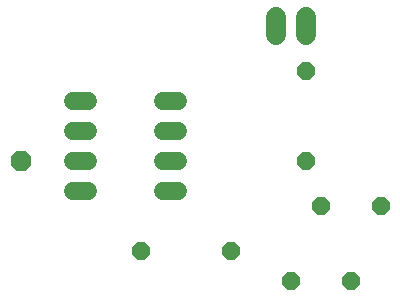
<source format=gbr>
G04 EAGLE Gerber RS-274X export*
G75*
%MOMM*%
%FSLAX34Y34*%
%LPD*%
%INSoldermask Bottom*%
%IPPOS*%
%AMOC8*
5,1,8,0,0,1.08239X$1,22.5*%
G01*
%ADD10P,1.649562X8X22.500000*%
%ADD11C,1.524000*%
%ADD12P,1.869504X8X22.500000*%
%ADD13C,1.727200*%
%ADD14P,1.649562X8X112.500000*%
%ADD15P,1.649562X8X202.500000*%


D10*
X736600Y330200D03*
X787400Y330200D03*
X711200Y266700D03*
X762000Y266700D03*
D11*
X540004Y419100D02*
X526796Y419100D01*
X526796Y393700D02*
X540004Y393700D01*
X602996Y393700D02*
X616204Y393700D01*
X616204Y419100D02*
X602996Y419100D01*
X540004Y368300D02*
X526796Y368300D01*
X526796Y342900D02*
X540004Y342900D01*
X602996Y368300D02*
X616204Y368300D01*
X616204Y342900D02*
X602996Y342900D01*
D12*
X482600Y368300D03*
D13*
X723900Y474980D02*
X723900Y490220D01*
X698500Y490220D02*
X698500Y474980D01*
D14*
X723900Y368300D03*
X723900Y444500D03*
D15*
X660400Y292100D03*
X584200Y292100D03*
M02*

</source>
